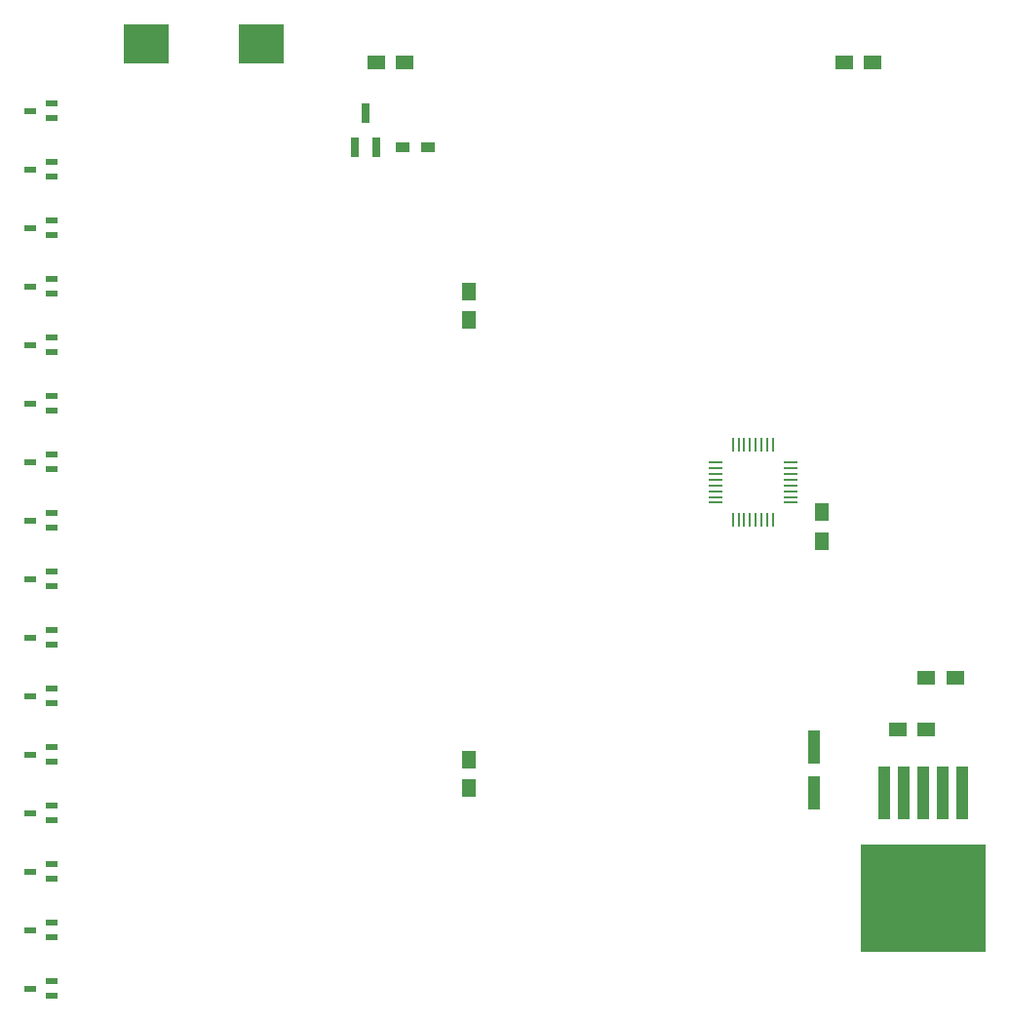
<source format=gbp>
G04 #@! TF.FileFunction,Paste,Bot*
%FSLAX46Y46*%
G04 Gerber Fmt 4.6, Leading zero omitted, Abs format (unit mm)*
G04 Created by KiCad (PCBNEW 4.0.2+dfsg1-stable) date dim. 24 sept. 2017 10:50:26 CEST*
%MOMM*%
G01*
G04 APERTURE LIST*
%ADD10C,0.100000*%
%ADD11R,1.250000X1.500000*%
%ADD12R,1.500000X1.250000*%
%ADD13R,0.800100X1.800860*%
%ADD14R,4.000000X3.400000*%
%ADD15R,1.200000X0.900000*%
%ADD16R,0.280000X1.200000*%
%ADD17R,1.200000X0.280000*%
%ADD18R,1.000760X0.599440*%
%ADD19R,1.000000X3.000000*%
%ADD20R,1.100000X4.600000*%
%ADD21R,10.800000X9.400000*%
G04 APERTURE END LIST*
D10*
D11*
X146558000Y-134600000D03*
X146558000Y-132100000D03*
X146558000Y-93960000D03*
X146558000Y-91460000D03*
X177165000Y-110637000D03*
X177165000Y-113137000D03*
D12*
X183750000Y-129500000D03*
X186250000Y-129500000D03*
X188750000Y-125000000D03*
X186250000Y-125000000D03*
X179090000Y-71628000D03*
X181590000Y-71628000D03*
X138450000Y-71628000D03*
X140950000Y-71628000D03*
D13*
X138491000Y-78971140D03*
X136591000Y-78971140D03*
X137541000Y-75968860D03*
D14*
X118500000Y-70000000D03*
X128500000Y-70000000D03*
D15*
X140759000Y-78994000D03*
X142959000Y-78994000D03*
D16*
X172946000Y-111327000D03*
X172446000Y-111327000D03*
X171946000Y-111327000D03*
X171446000Y-111327000D03*
X170946000Y-111327000D03*
X170446000Y-111327000D03*
X169946000Y-111327000D03*
X169446000Y-111327000D03*
D17*
X167946000Y-109827000D03*
X167946000Y-109327000D03*
X167946000Y-108827000D03*
X167946000Y-108327000D03*
X167946000Y-107827000D03*
X167946000Y-107327000D03*
X167946000Y-106827000D03*
X167946000Y-106327000D03*
D16*
X169446000Y-104827000D03*
X169946000Y-104827000D03*
X170446000Y-104827000D03*
X170946000Y-104827000D03*
X171446000Y-104827000D03*
X171946000Y-104827000D03*
X172446000Y-104827000D03*
X172946000Y-104827000D03*
D17*
X174446000Y-106327000D03*
X174446000Y-106827000D03*
X174446000Y-107327000D03*
X174446000Y-107827000D03*
X174446000Y-108327000D03*
X174446000Y-108827000D03*
X174446000Y-109327000D03*
X174446000Y-109827000D03*
D18*
X110296960Y-76469240D03*
X110296960Y-75168760D03*
X108397040Y-75819000D03*
X110296960Y-81549240D03*
X110296960Y-80248760D03*
X108397040Y-80899000D03*
X110296960Y-86629240D03*
X110296960Y-85328760D03*
X108397040Y-85979000D03*
X110296960Y-91709240D03*
X110296960Y-90408760D03*
X108397040Y-91059000D03*
X110296960Y-96789240D03*
X110296960Y-95488760D03*
X108397040Y-96139000D03*
X110296960Y-101869240D03*
X110296960Y-100568760D03*
X108397040Y-101219000D03*
X110296960Y-106949240D03*
X110296960Y-105648760D03*
X108397040Y-106299000D03*
X110296960Y-112029240D03*
X110296960Y-110728760D03*
X108397040Y-111379000D03*
X110296960Y-117109240D03*
X110296960Y-115808760D03*
X108397040Y-116459000D03*
X110296960Y-122189240D03*
X110296960Y-120888760D03*
X108397040Y-121539000D03*
X110296960Y-127269240D03*
X110296960Y-125968760D03*
X108397040Y-126619000D03*
X110296960Y-132349240D03*
X110296960Y-131048760D03*
X108397040Y-131699000D03*
X110296960Y-137429240D03*
X110296960Y-136128760D03*
X108397040Y-136779000D03*
X110296960Y-142509240D03*
X110296960Y-141208760D03*
X108397040Y-141859000D03*
X110296960Y-147589240D03*
X110296960Y-146288760D03*
X108397040Y-146939000D03*
X110296960Y-152669240D03*
X110296960Y-151368760D03*
X108397040Y-152019000D03*
D19*
X176500000Y-135000000D03*
X176500000Y-131000000D03*
D20*
X189400000Y-135000000D03*
X187700000Y-135000000D03*
X184300000Y-135000000D03*
D21*
X186000000Y-144150000D03*
D20*
X186000000Y-135000000D03*
X182600000Y-135000000D03*
M02*

</source>
